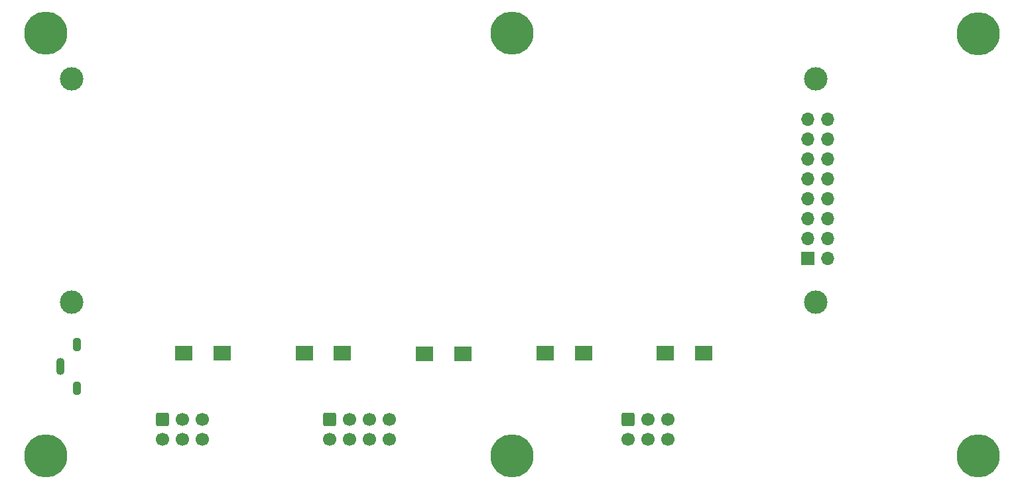
<source format=gts>
%TF.GenerationSoftware,KiCad,Pcbnew,(6.0.0-0)*%
%TF.CreationDate,2022-02-21T20:15:33+01:00*%
%TF.ProjectId,MiliOhmMeter,4d696c69-4f68-46d4-9d65-7465722e6b69,rev?*%
%TF.SameCoordinates,Original*%
%TF.FileFunction,Soldermask,Top*%
%TF.FilePolarity,Negative*%
%FSLAX46Y46*%
G04 Gerber Fmt 4.6, Leading zero omitted, Abs format (unit mm)*
G04 Created by KiCad (PCBNEW (6.0.0-0)) date 2022-02-21 20:15:33*
%MOMM*%
%LPD*%
G01*
G04 APERTURE LIST*
G04 Aperture macros list*
%AMRoundRect*
0 Rectangle with rounded corners*
0 $1 Rounding radius*
0 $2 $3 $4 $5 $6 $7 $8 $9 X,Y pos of 4 corners*
0 Add a 4 corners polygon primitive as box body*
4,1,4,$2,$3,$4,$5,$6,$7,$8,$9,$2,$3,0*
0 Add four circle primitives for the rounded corners*
1,1,$1+$1,$2,$3*
1,1,$1+$1,$4,$5*
1,1,$1+$1,$6,$7*
1,1,$1+$1,$8,$9*
0 Add four rect primitives between the rounded corners*
20,1,$1+$1,$2,$3,$4,$5,0*
20,1,$1+$1,$4,$5,$6,$7,0*
20,1,$1+$1,$6,$7,$8,$9,0*
20,1,$1+$1,$8,$9,$2,$3,0*%
G04 Aperture macros list end*
%ADD10R,2.311400X1.955800*%
%ADD11C,5.499999*%
%ADD12C,3.000000*%
%ADD13R,1.700000X1.700000*%
%ADD14O,1.700000X1.700000*%
%ADD15RoundRect,0.250000X-0.600000X0.600000X-0.600000X-0.600000X0.600000X-0.600000X0.600000X0.600000X0*%
%ADD16C,1.700000*%
%ADD17O,1.100000X2.200000*%
%ADD18O,1.100000X1.800000*%
G04 APERTURE END LIST*
D10*
%TO.C,SW2*%
X91505502Y-109829600D03*
X96403698Y-109829600D03*
%TD*%
D11*
%TO.C,H6*%
X58547000Y-68910200D03*
%TD*%
%TO.C,H4*%
X177571400Y-68986400D03*
%TD*%
%TO.C,H3*%
X177546000Y-122910600D03*
%TD*%
D10*
%TO.C,SW3*%
X106884795Y-109855000D03*
X111782991Y-109855000D03*
%TD*%
%TO.C,SW7*%
X137581102Y-109829600D03*
X142479298Y-109829600D03*
%TD*%
%TO.C,SW4*%
X122251795Y-109829600D03*
X127149991Y-109829600D03*
%TD*%
D11*
%TO.C,H1*%
X58547000Y-122910600D03*
%TD*%
D10*
%TO.C,SW1*%
X76163902Y-109829600D03*
X81062098Y-109829600D03*
%TD*%
D11*
%TO.C,H2*%
X118033800Y-122910600D03*
%TD*%
%TO.C,H5*%
X118033800Y-68910200D03*
%TD*%
D12*
%TO.C,J2*%
X156820800Y-103263000D03*
X156820800Y-74763000D03*
X61820800Y-103263000D03*
X61820800Y-74763000D03*
D13*
X155780800Y-97653000D03*
D14*
X158320800Y-97653000D03*
X155780800Y-95113000D03*
X158320800Y-95113000D03*
X155780800Y-92573000D03*
X158320800Y-92573000D03*
X155780800Y-90033000D03*
X158320800Y-90033000D03*
X155780800Y-87493000D03*
X158320800Y-87493000D03*
X155780800Y-84953000D03*
X158320800Y-84953000D03*
X155780800Y-82413000D03*
X158320800Y-82413000D03*
X155780800Y-79873000D03*
X158320800Y-79873000D03*
%TD*%
D15*
%TO.C,X3*%
X94767400Y-118262400D03*
D16*
X94767400Y-120802400D03*
X97307400Y-118262400D03*
X97307400Y-120802400D03*
X99847400Y-118262400D03*
X99847400Y-120802400D03*
X102387400Y-118262400D03*
X102387400Y-120802400D03*
%TD*%
D15*
%TO.C,X1*%
X132867400Y-118262400D03*
D16*
X132867400Y-120802400D03*
X135407400Y-118262400D03*
X135407400Y-120802400D03*
X137947400Y-118262400D03*
X137947400Y-120802400D03*
%TD*%
D15*
%TO.C,X6*%
X73431400Y-118262400D03*
D16*
X73431400Y-120802400D03*
X75971400Y-118262400D03*
X75971400Y-120802400D03*
X78511400Y-118262400D03*
X78511400Y-120802400D03*
%TD*%
D17*
%TO.C,J1*%
X60364800Y-111455200D03*
D18*
X62514800Y-108655200D03*
X62514800Y-114255200D03*
%TD*%
M02*

</source>
